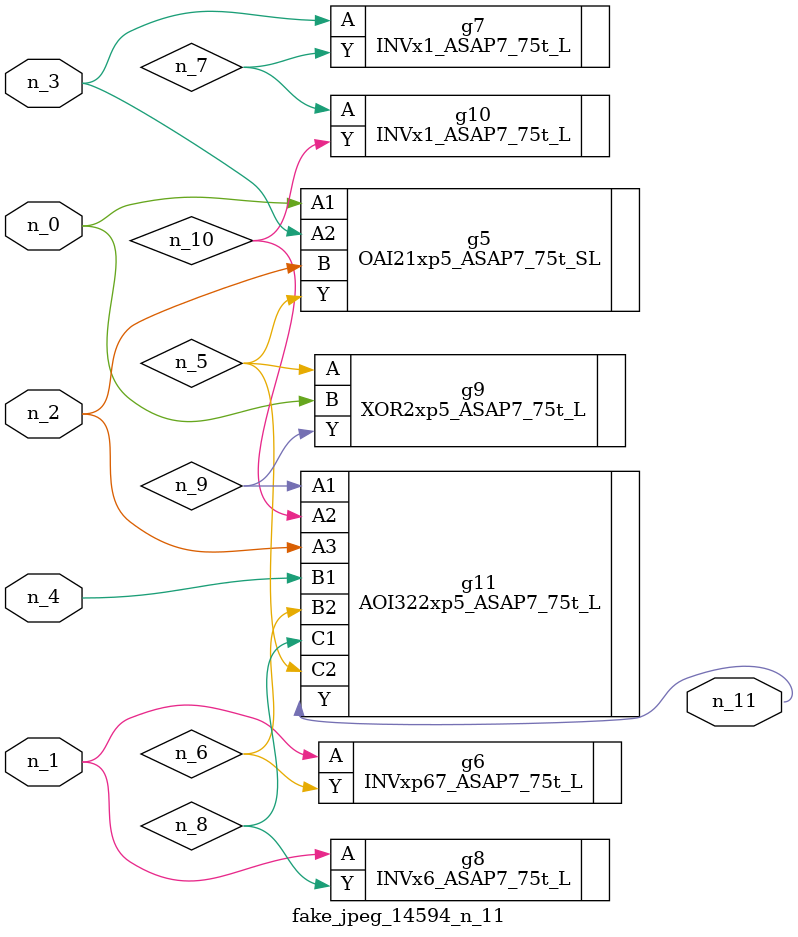
<source format=v>
module fake_jpeg_14594_n_11 (n_3, n_2, n_1, n_0, n_4, n_11);

input n_3;
input n_2;
input n_1;
input n_0;
input n_4;

output n_11;

wire n_10;
wire n_8;
wire n_9;
wire n_6;
wire n_5;
wire n_7;

OAI21xp5_ASAP7_75t_SL g5 ( 
.A1(n_0),
.A2(n_3),
.B(n_2),
.Y(n_5)
);

INVxp67_ASAP7_75t_L g6 ( 
.A(n_1),
.Y(n_6)
);

INVx1_ASAP7_75t_L g7 ( 
.A(n_3),
.Y(n_7)
);

INVx6_ASAP7_75t_L g8 ( 
.A(n_1),
.Y(n_8)
);

XOR2xp5_ASAP7_75t_L g9 ( 
.A(n_5),
.B(n_0),
.Y(n_9)
);

AOI322xp5_ASAP7_75t_L g11 ( 
.A1(n_9),
.A2(n_10),
.A3(n_2),
.B1(n_4),
.B2(n_6),
.C1(n_8),
.C2(n_5),
.Y(n_11)
);

INVx1_ASAP7_75t_L g10 ( 
.A(n_7),
.Y(n_10)
);


endmodule
</source>
